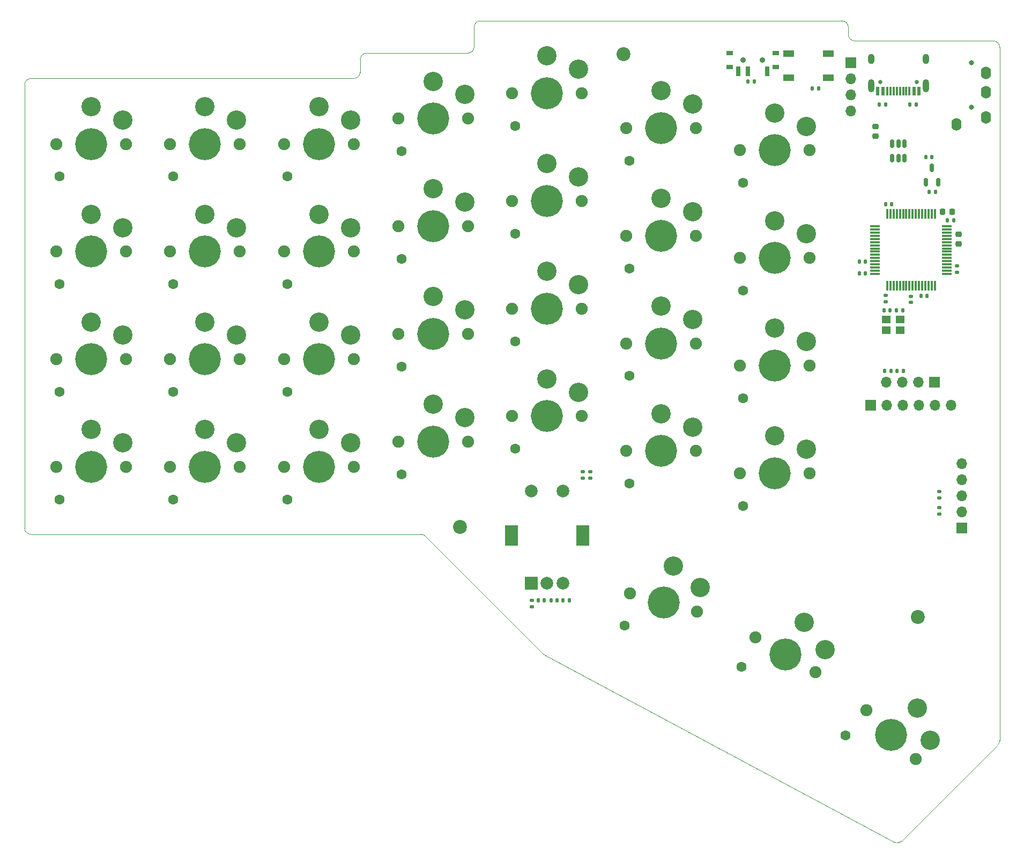
<source format=gbr>
%TF.GenerationSoftware,KiCad,Pcbnew,8.0.5*%
%TF.CreationDate,2024-10-11T21:26:08+02:00*%
%TF.ProjectId,vaucasy_left,76617563-6173-4795-9f6c-6566742e6b69,rev?*%
%TF.SameCoordinates,Original*%
%TF.FileFunction,Soldermask,Top*%
%TF.FilePolarity,Negative*%
%FSLAX46Y46*%
G04 Gerber Fmt 4.6, Leading zero omitted, Abs format (unit mm)*
G04 Created by KiCad (PCBNEW 8.0.5) date 2024-10-11 21:26:08*
%MOMM*%
%LPD*%
G01*
G04 APERTURE LIST*
G04 Aperture macros list*
%AMRoundRect*
0 Rectangle with rounded corners*
0 $1 Rounding radius*
0 $2 $3 $4 $5 $6 $7 $8 $9 X,Y pos of 4 corners*
0 Add a 4 corners polygon primitive as box body*
4,1,4,$2,$3,$4,$5,$6,$7,$8,$9,$2,$3,0*
0 Add four circle primitives for the rounded corners*
1,1,$1+$1,$2,$3*
1,1,$1+$1,$4,$5*
1,1,$1+$1,$6,$7*
1,1,$1+$1,$8,$9*
0 Add four rect primitives between the rounded corners*
20,1,$1+$1,$2,$3,$4,$5,0*
20,1,$1+$1,$4,$5,$6,$7,0*
20,1,$1+$1,$6,$7,$8,$9,0*
20,1,$1+$1,$8,$9,$2,$3,0*%
G04 Aperture macros list end*
%ADD10RoundRect,0.218750X-0.256250X0.218750X-0.256250X-0.218750X0.256250X-0.218750X0.256250X0.218750X0*%
%ADD11RoundRect,0.150000X0.150000X-0.512500X0.150000X0.512500X-0.150000X0.512500X-0.150000X-0.512500X0*%
%ADD12RoundRect,0.135000X0.135000X0.185000X-0.135000X0.185000X-0.135000X-0.185000X0.135000X-0.185000X0*%
%ADD13RoundRect,0.075000X0.075000X-0.700000X0.075000X0.700000X-0.075000X0.700000X-0.075000X-0.700000X0*%
%ADD14RoundRect,0.075000X0.700000X-0.075000X0.700000X0.075000X-0.700000X0.075000X-0.700000X-0.075000X0*%
%ADD15R,1.700000X1.000000*%
%ADD16RoundRect,0.140000X-0.140000X-0.170000X0.140000X-0.170000X0.140000X0.170000X-0.140000X0.170000X0*%
%ADD17R,2.000000X2.000000*%
%ADD18C,2.000000*%
%ADD19R,2.000000X3.200000*%
%ADD20R,1.700000X1.700000*%
%ADD21O,1.700000X1.700000*%
%ADD22C,1.900000*%
%ADD23C,1.600000*%
%ADD24C,3.050000*%
%ADD25C,5.050000*%
%ADD26RoundRect,0.135000X-0.135000X-0.185000X0.135000X-0.185000X0.135000X0.185000X-0.135000X0.185000X0*%
%ADD27C,2.200000*%
%ADD28R,1.000000X0.800000*%
%ADD29C,0.900000*%
%ADD30R,0.700000X1.500000*%
%ADD31RoundRect,0.135000X-0.185000X0.135000X-0.185000X-0.135000X0.185000X-0.135000X0.185000X0.135000X0*%
%ADD32RoundRect,0.135000X0.185000X-0.135000X0.185000X0.135000X-0.185000X0.135000X-0.185000X-0.135000X0*%
%ADD33RoundRect,0.140000X0.170000X-0.140000X0.170000X0.140000X-0.170000X0.140000X-0.170000X-0.140000X0*%
%ADD34RoundRect,0.150000X-0.150000X0.512500X-0.150000X-0.512500X0.150000X-0.512500X0.150000X0.512500X0*%
%ADD35RoundRect,0.140000X0.140000X0.170000X-0.140000X0.170000X-0.140000X-0.170000X0.140000X-0.170000X0*%
%ADD36C,0.800000*%
%ADD37O,1.600000X2.000000*%
%ADD38RoundRect,0.225000X0.225000X0.250000X-0.225000X0.250000X-0.225000X-0.250000X0.225000X-0.250000X0*%
%ADD39RoundRect,0.140000X-0.170000X0.140000X-0.170000X-0.140000X0.170000X-0.140000X0.170000X0.140000X0*%
%ADD40C,0.650000*%
%ADD41R,0.600000X1.450000*%
%ADD42R,0.300000X1.450000*%
%ADD43O,1.000000X2.100000*%
%ADD44O,1.000000X1.600000*%
%ADD45RoundRect,0.225000X-0.250000X0.225000X-0.250000X-0.225000X0.250000X-0.225000X0.250000X0.225000X0*%
%ADD46R,1.400000X1.200000*%
%TA.AperFunction,Profile*%
%ADD47C,0.050000*%
%TD*%
G04 APERTURE END LIST*
D10*
%TO.C,F1*%
X159375000Y-44562500D03*
X159375000Y-46137500D03*
%TD*%
D11*
%TO.C,U3*%
X167350000Y-53382500D03*
X169250000Y-53382500D03*
X168300000Y-51107500D03*
%TD*%
D12*
%TO.C,R10*%
X161835000Y-83175000D03*
X160815000Y-83175000D03*
%TD*%
D13*
%TO.C,U1*%
X161250000Y-69775000D03*
X161750000Y-69775000D03*
X162250000Y-69775000D03*
X162750000Y-69775000D03*
X163250000Y-69775000D03*
X163750000Y-69775000D03*
X164250000Y-69775000D03*
X164750000Y-69775000D03*
X165250000Y-69775000D03*
X165750000Y-69775000D03*
X166250000Y-69775000D03*
X166750000Y-69775000D03*
X167250000Y-69775000D03*
X167750000Y-69775000D03*
X168250000Y-69775000D03*
X168750000Y-69775000D03*
D14*
X170675000Y-67850000D03*
X170675000Y-67350000D03*
X170675000Y-66850000D03*
X170675000Y-66350000D03*
X170675000Y-65850000D03*
X170675000Y-65350000D03*
X170675000Y-64850000D03*
X170675000Y-64350000D03*
X170675000Y-63850000D03*
X170675000Y-63350000D03*
X170675000Y-62850000D03*
X170675000Y-62350000D03*
X170675000Y-61850000D03*
X170675000Y-61350000D03*
X170675000Y-60850000D03*
X170675000Y-60350000D03*
D13*
X168750000Y-58425000D03*
X168250000Y-58425000D03*
X167750000Y-58425000D03*
X167250000Y-58425000D03*
X166750000Y-58425000D03*
X166250000Y-58425000D03*
X165750000Y-58425000D03*
X165250000Y-58425000D03*
X164750000Y-58425000D03*
X164250000Y-58425000D03*
X163750000Y-58425000D03*
X163250000Y-58425000D03*
X162750000Y-58425000D03*
X162250000Y-58425000D03*
X161750000Y-58425000D03*
X161250000Y-58425000D03*
D14*
X159325000Y-60350000D03*
X159325000Y-60850000D03*
X159325000Y-61350000D03*
X159325000Y-61850000D03*
X159325000Y-62350000D03*
X159325000Y-62850000D03*
X159325000Y-63350000D03*
X159325000Y-63850000D03*
X159325000Y-64350000D03*
X159325000Y-64850000D03*
X159325000Y-65350000D03*
X159325000Y-65850000D03*
X159325000Y-66350000D03*
X159325000Y-66850000D03*
X159325000Y-67350000D03*
X159325000Y-67850000D03*
%TD*%
D15*
%TO.C,SW2*%
X151975000Y-36875000D03*
X145675000Y-36875000D03*
X151975000Y-33075000D03*
X145675000Y-33075000D03*
%TD*%
D16*
%TO.C,C11*%
X162720000Y-73600000D03*
X163680000Y-73600000D03*
%TD*%
D17*
%TO.C,SW3*%
X105015000Y-116700000D03*
D18*
X110015000Y-116700000D03*
X107515000Y-116700000D03*
D19*
X101915000Y-109200000D03*
X113115000Y-109200000D03*
D18*
X110015000Y-102200000D03*
X105015000Y-102200000D03*
%TD*%
D20*
%TO.C,J4*%
X173000000Y-108030000D03*
D21*
X173000000Y-105490000D03*
X173000000Y-102950000D03*
X173000000Y-100410000D03*
X173000000Y-97870000D03*
%TD*%
D16*
%TO.C,C5*%
X156820000Y-67800000D03*
X157780000Y-67800000D03*
%TD*%
D22*
%TO.C,S5*%
X102000000Y-39350000D03*
D23*
X102500000Y-44500000D03*
D24*
X107500000Y-33450000D03*
D25*
X107500000Y-39350000D03*
D24*
X112500000Y-35550000D03*
D22*
X113000000Y-39350000D03*
%TD*%
%TO.C,S27*%
X120000000Y-78850000D03*
D23*
X120500000Y-84000000D03*
D24*
X125500000Y-72950000D03*
D25*
X125500000Y-78850000D03*
D24*
X130500000Y-75050000D03*
D22*
X131000000Y-78850000D03*
%TD*%
D16*
%TO.C,C14*%
X108135000Y-119450000D03*
X109095000Y-119450000D03*
%TD*%
D22*
%TO.C,S3*%
X66000000Y-47350000D03*
D23*
X66500000Y-52500000D03*
D24*
X71500000Y-41450000D03*
D25*
X71500000Y-47350000D03*
D24*
X76500000Y-43550000D03*
D22*
X77000000Y-47350000D03*
%TD*%
%TO.C,S19*%
X48000000Y-81350000D03*
D23*
X48500000Y-86500000D03*
D24*
X53500000Y-75450000D03*
D25*
X53500000Y-81350000D03*
D24*
X58500000Y-77550000D03*
D22*
X59000000Y-81350000D03*
%TD*%
D26*
%TO.C,R7*%
X110025000Y-119450000D03*
X111045000Y-119450000D03*
%TD*%
D22*
%TO.C,S28*%
X120000000Y-95850000D03*
D23*
X120500000Y-101000000D03*
D24*
X125500000Y-89950000D03*
D25*
X125500000Y-95850000D03*
D24*
X130500000Y-92050000D03*
D22*
X131000000Y-95850000D03*
%TD*%
D27*
%TO.C,H3*%
X119625000Y-33200000D03*
%TD*%
D22*
%TO.C,S7*%
X138000000Y-48350000D03*
D23*
X138500000Y-53500000D03*
D24*
X143500000Y-42450000D03*
D25*
X143500000Y-48350000D03*
D24*
X148500000Y-44550000D03*
D22*
X149000000Y-48350000D03*
%TD*%
D28*
%TO.C,SW1*%
X143650000Y-35185000D03*
X143650000Y-32975000D03*
D29*
X141500000Y-34075000D03*
X138500000Y-34075000D03*
D28*
X136350000Y-35185000D03*
X136350000Y-32975000D03*
D30*
X142250000Y-35835000D03*
X139250000Y-35835000D03*
X137750000Y-35835000D03*
%TD*%
D22*
%TO.C,S30*%
X138000000Y-99350000D03*
D23*
X138500000Y-104500000D03*
D24*
X143500000Y-93450000D03*
D25*
X143500000Y-99350000D03*
D24*
X148500000Y-95550000D03*
D22*
X149000000Y-99350000D03*
%TD*%
D27*
%TO.C,H2*%
X166075000Y-122075000D03*
%TD*%
D31*
%TO.C,R6*%
X113150000Y-99115000D03*
X113150000Y-100135000D03*
%TD*%
D27*
%TO.C,H1*%
X93775000Y-107825000D03*
%TD*%
D22*
%TO.C,S14*%
X120000000Y-61850000D03*
D23*
X120500000Y-67000000D03*
D24*
X125500000Y-55950000D03*
D25*
X125500000Y-61850000D03*
D24*
X130500000Y-58050000D03*
D22*
X131000000Y-61850000D03*
%TD*%
D16*
%TO.C,C9*%
X167340000Y-49395000D03*
X168300000Y-49395000D03*
%TD*%
D22*
%TO.C,S6*%
X120000000Y-44850000D03*
D23*
X120500000Y-50000000D03*
D24*
X125500000Y-38950000D03*
D25*
X125500000Y-44850000D03*
D24*
X130500000Y-41050000D03*
D22*
X131000000Y-44850000D03*
%TD*%
D26*
%TO.C,R1*%
X139265000Y-37480000D03*
X140285000Y-37480000D03*
%TD*%
D20*
%TO.C,J2*%
X168730000Y-84950000D03*
D21*
X166190000Y-84950000D03*
X163650000Y-84950000D03*
X161110000Y-84950000D03*
%TD*%
D22*
%TO.C,S15*%
X138000000Y-65350000D03*
D23*
X138500000Y-70500000D03*
D24*
X143500000Y-59450000D03*
D25*
X143500000Y-65350000D03*
D24*
X148500000Y-61550000D03*
D22*
X149000000Y-65350000D03*
%TD*%
%TO.C,S29*%
X138000000Y-82350000D03*
D23*
X138500000Y-87500000D03*
D24*
X143500000Y-76450000D03*
D25*
X143500000Y-82350000D03*
D24*
X148500000Y-78550000D03*
D22*
X149000000Y-82350000D03*
%TD*%
%TO.C,S22*%
X66000000Y-98350000D03*
D23*
X66500000Y-103500000D03*
D24*
X71500000Y-92450000D03*
D25*
X71500000Y-98350000D03*
D24*
X76500000Y-94550000D03*
D22*
X77000000Y-98350000D03*
%TD*%
%TO.C,S26*%
X102000000Y-90350000D03*
D23*
X102500000Y-95500000D03*
D24*
X107500000Y-84450000D03*
D25*
X107500000Y-90350000D03*
D24*
X112500000Y-86550000D03*
D22*
X113000000Y-90350000D03*
%TD*%
%TO.C,S23*%
X84000000Y-77350000D03*
D23*
X84500000Y-82500000D03*
D24*
X89500000Y-71450000D03*
D25*
X89500000Y-77350000D03*
D24*
X94500000Y-73550000D03*
D22*
X95000000Y-77350000D03*
%TD*%
D32*
%TO.C,R8*%
X105115000Y-120460000D03*
X105115000Y-119440000D03*
%TD*%
D33*
%TO.C,C1*%
X161025000Y-72255000D03*
X161025000Y-71295000D03*
%TD*%
D22*
%TO.C,S1*%
X30000000Y-47350000D03*
D23*
X30500000Y-52500000D03*
D24*
X35500000Y-41450000D03*
D25*
X35500000Y-47350000D03*
D24*
X40500000Y-43550000D03*
D22*
X41000000Y-47350000D03*
%TD*%
%TO.C,S13*%
X102000000Y-56350000D03*
D23*
X102500000Y-61500000D03*
D24*
X107500000Y-50450000D03*
D25*
X107500000Y-56350000D03*
D24*
X112500000Y-52550000D03*
D22*
X113000000Y-56350000D03*
%TD*%
%TO.C,S9*%
X30000000Y-64350000D03*
D23*
X30500000Y-69500000D03*
D24*
X35500000Y-58450000D03*
D25*
X35500000Y-64350000D03*
D24*
X40500000Y-60550000D03*
D22*
X41000000Y-64350000D03*
%TD*%
D31*
%TO.C,R13*%
X169500000Y-102270000D03*
X169500000Y-103290000D03*
%TD*%
D22*
%TO.C,S4*%
X84000000Y-43350000D03*
D23*
X84500000Y-48500000D03*
D24*
X89500000Y-37450000D03*
D25*
X89500000Y-43350000D03*
D24*
X94500000Y-39550000D03*
D22*
X95000000Y-43350000D03*
%TD*%
D34*
%TO.C,U2*%
X163950000Y-47320000D03*
X163000000Y-47320000D03*
X162050000Y-47320000D03*
X162050000Y-49595000D03*
X163000000Y-49595000D03*
X163950000Y-49595000D03*
%TD*%
D26*
%TO.C,R2*%
X149415000Y-38600000D03*
X150435000Y-38600000D03*
%TD*%
D22*
%TO.C,S10*%
X48000000Y-64350000D03*
D23*
X48500000Y-69500000D03*
D24*
X53500000Y-58450000D03*
D25*
X53500000Y-64350000D03*
D24*
X58500000Y-60550000D03*
D22*
X59000000Y-64350000D03*
%TD*%
D26*
%TO.C,R4*%
X159990000Y-41075000D03*
X161010000Y-41075000D03*
%TD*%
D35*
%TO.C,C17*%
X157780000Y-65925000D03*
X156820000Y-65925000D03*
%TD*%
D22*
%TO.C,S11*%
X66000000Y-64350000D03*
D23*
X66500000Y-69500000D03*
D24*
X71500000Y-58450000D03*
D25*
X71500000Y-64350000D03*
D24*
X76500000Y-60550000D03*
D22*
X77000000Y-64350000D03*
%TD*%
D36*
%TO.C,U4*%
X174500000Y-34550000D03*
X174500000Y-41550000D03*
D37*
X172200000Y-44250000D03*
X176800000Y-43150000D03*
X176800000Y-39150000D03*
X176800000Y-36150000D03*
%TD*%
D38*
%TO.C,C6*%
X171500000Y-58025000D03*
X169950000Y-58025000D03*
%TD*%
D33*
%TO.C,C2*%
X172250000Y-67600000D03*
X172250000Y-66640000D03*
%TD*%
D22*
%TO.C,S17*%
X30000000Y-81350000D03*
D23*
X30500000Y-86500000D03*
D24*
X35500000Y-75450000D03*
D25*
X35500000Y-81350000D03*
D24*
X40500000Y-77550000D03*
D22*
X41000000Y-81350000D03*
%TD*%
D16*
%TO.C,C8*%
X167870000Y-54895000D03*
X168830000Y-54895000D03*
%TD*%
D22*
%TO.C,S24*%
X84000000Y-94350000D03*
D23*
X84500000Y-99500000D03*
D24*
X89500000Y-88450000D03*
D25*
X89500000Y-94350000D03*
D24*
X94500000Y-90550000D03*
D22*
X95000000Y-94350000D03*
%TD*%
%TO.C,S31*%
X157944450Y-136754847D03*
D23*
X154656403Y-140750000D03*
D24*
X166005467Y-136472004D03*
D25*
X161833537Y-140643934D03*
D24*
X168056077Y-141492462D03*
D22*
X165722624Y-144533021D03*
%TD*%
D32*
%TO.C,R14*%
X169500000Y-105780000D03*
X169500000Y-104760000D03*
%TD*%
D39*
%TO.C,C16*%
X114350000Y-99145000D03*
X114350000Y-100105000D03*
%TD*%
D35*
%TO.C,C3*%
X171705000Y-59425000D03*
X170745000Y-59425000D03*
%TD*%
D16*
%TO.C,C10*%
X160720000Y-73600000D03*
X161680000Y-73600000D03*
%TD*%
%TO.C,C13*%
X166540000Y-71325000D03*
X167500000Y-71325000D03*
%TD*%
D12*
%TO.C,R3*%
X165835000Y-41075000D03*
X164815000Y-41075000D03*
%TD*%
D22*
%TO.C,S2*%
X48000000Y-47350000D03*
D23*
X48500000Y-52500000D03*
D24*
X53500000Y-41450000D03*
D25*
X53500000Y-47350000D03*
D24*
X58500000Y-43550000D03*
D22*
X59000000Y-47350000D03*
%TD*%
%TO.C,S20*%
X48000000Y-98350000D03*
D23*
X48500000Y-103500000D03*
D24*
X53500000Y-92450000D03*
D25*
X53500000Y-98350000D03*
D24*
X58500000Y-94550000D03*
D22*
X59000000Y-98350000D03*
%TD*%
%TO.C,S8*%
X120593811Y-118326495D03*
D23*
X119743856Y-123430423D03*
D24*
X127433435Y-114051038D03*
D25*
X125906403Y-119750000D03*
D24*
X131719545Y-117373577D03*
D22*
X131218995Y-121173505D03*
%TD*%
D16*
%TO.C,C15*%
X106135000Y-119450000D03*
X107095000Y-119450000D03*
%TD*%
D40*
%TO.C,J1*%
X165890000Y-37590000D03*
X160110000Y-37590000D03*
D41*
X166250000Y-39035000D03*
X165450000Y-39035000D03*
D42*
X164250000Y-39035000D03*
X163250000Y-39035000D03*
X162750000Y-39035000D03*
X161750000Y-39035000D03*
D41*
X160550000Y-39035000D03*
X159750000Y-39035000D03*
X159750000Y-39035000D03*
X160550000Y-39035000D03*
D42*
X161250000Y-39035000D03*
X162250000Y-39035000D03*
X163750000Y-39035000D03*
X164750000Y-39035000D03*
D41*
X165450000Y-39035000D03*
X166250000Y-39035000D03*
D43*
X167320000Y-38120000D03*
D44*
X167320000Y-33940000D03*
D43*
X158680000Y-38120000D03*
D44*
X158680000Y-33940000D03*
%TD*%
D45*
%TO.C,C12*%
X172500000Y-61600000D03*
X172500000Y-63150000D03*
%TD*%
D22*
%TO.C,S25*%
X102000000Y-73350000D03*
D23*
X102500000Y-78500000D03*
D24*
X107500000Y-67450000D03*
D25*
X107500000Y-73350000D03*
D24*
X112500000Y-69550000D03*
D22*
X113000000Y-73350000D03*
%TD*%
%TO.C,S12*%
X84000000Y-60350000D03*
D23*
X84500000Y-65500000D03*
D24*
X89500000Y-54450000D03*
D25*
X89500000Y-60350000D03*
D24*
X94500000Y-56550000D03*
D22*
X95000000Y-60350000D03*
%TD*%
D33*
%TO.C,C7*%
X164975000Y-72355000D03*
X164975000Y-71395000D03*
%TD*%
D35*
%TO.C,C4*%
X161930000Y-56875000D03*
X160970000Y-56875000D03*
%TD*%
D12*
%TO.C,R9*%
X163810000Y-83175000D03*
X162790000Y-83175000D03*
%TD*%
D22*
%TO.C,S21*%
X66000000Y-81350000D03*
D23*
X66500000Y-86500000D03*
D24*
X71500000Y-75450000D03*
D25*
X71500000Y-81350000D03*
D24*
X76500000Y-77550000D03*
D22*
X77000000Y-81350000D03*
%TD*%
D20*
%TO.C,J6*%
X155500000Y-34550000D03*
D21*
X155500000Y-37090000D03*
X155500000Y-39630000D03*
X155500000Y-42170000D03*
%TD*%
D22*
%TO.C,S16*%
X140393263Y-125250000D03*
D23*
X138251276Y-129960031D03*
D24*
X148106403Y-122890450D03*
D25*
X145156403Y-128000000D03*
D24*
X151386531Y-127209104D03*
D22*
X149919543Y-130750000D03*
%TD*%
D46*
%TO.C,Y1*%
X161100000Y-76750000D03*
X163300000Y-76750000D03*
X163300000Y-75050000D03*
X161100000Y-75050000D03*
%TD*%
D22*
%TO.C,S18*%
X30000000Y-98350000D03*
D23*
X30500000Y-103500000D03*
D24*
X35500000Y-92450000D03*
D25*
X35500000Y-98350000D03*
D24*
X40500000Y-94550000D03*
D22*
X41000000Y-98350000D03*
%TD*%
D20*
%TO.C,J5*%
X158600000Y-88575000D03*
D21*
X161140000Y-88575000D03*
X163680000Y-88575000D03*
X166220000Y-88575000D03*
X168760000Y-88575000D03*
X171300000Y-88575000D03*
%TD*%
D47*
X179000000Y-141585786D02*
G75*
G02*
X178707093Y-142292879I-999900J-14D01*
G01*
X155100000Y-28900000D02*
X155100000Y-30075000D01*
X78000000Y-34000000D02*
X78000000Y-36000000D01*
X78000000Y-34000000D02*
G75*
G02*
X79000000Y-33000000I1000000J0D01*
G01*
X26000000Y-109000000D02*
G75*
G02*
X25000000Y-108000000I0J1000000D01*
G01*
X96000000Y-28900000D02*
G75*
G02*
X97000000Y-27900000I1000000J0D01*
G01*
X122275000Y-27900000D02*
X154100000Y-27900000D01*
X156100000Y-31075000D02*
X178000000Y-31075000D01*
X87585786Y-109000000D02*
G75*
G02*
X88292900Y-109292886I14J-1000000D01*
G01*
X154100000Y-27900000D02*
G75*
G02*
X155100000Y-28900000I0J-1000000D01*
G01*
X96000000Y-32000000D02*
G75*
G02*
X95000000Y-33000000I-1000000J0D01*
G01*
X107130334Y-128069822D02*
G75*
G02*
X106895455Y-127895443I472366J881622D01*
G01*
X163524939Y-157475061D02*
X178707107Y-142292893D01*
X179000000Y-141585786D02*
X179000000Y-32075000D01*
X25000000Y-38000000D02*
G75*
G02*
X26000000Y-37000000I1000000J0D01*
G01*
X163524939Y-157475061D02*
G75*
G02*
X162345588Y-157649474I-707139J707061D01*
G01*
X25000000Y-38000000D02*
X25000000Y-108000000D01*
X95000000Y-33000000D02*
X79000000Y-33000000D01*
X88292893Y-109292893D02*
X106895449Y-127895449D01*
X26000000Y-109000000D02*
X87585786Y-109000000D01*
X107130334Y-128069822D02*
X162345610Y-157649434D01*
X77000000Y-37000000D02*
X26000000Y-37000000D01*
X178000000Y-31075000D02*
G75*
G02*
X179000000Y-32075000I0J-1000000D01*
G01*
X96000000Y-28900000D02*
X96000000Y-32000000D01*
X78000000Y-36000000D02*
G75*
G02*
X77000000Y-37000000I-1000000J0D01*
G01*
X122275000Y-27900000D02*
X97000000Y-27900000D01*
X156100000Y-31075000D02*
G75*
G02*
X155100000Y-30075000I0J1000000D01*
G01*
M02*

</source>
